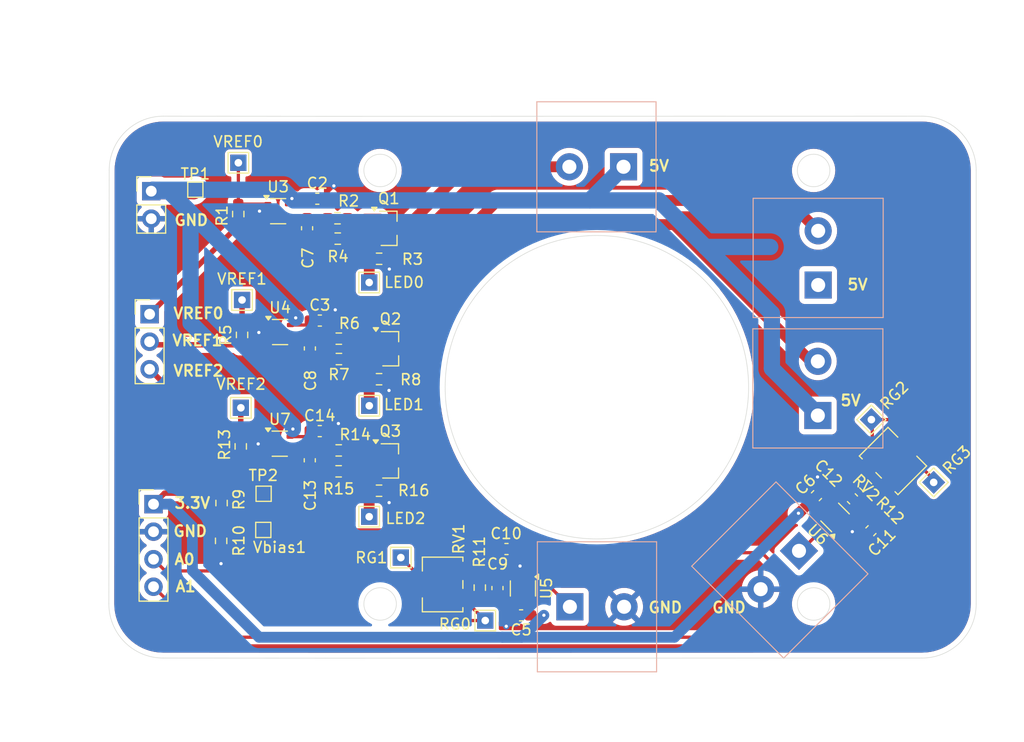
<source format=kicad_pcb>
(kicad_pcb (version 20240108) (generator "pcbnew") (generator_version "8.0")
  (layers (0 "F.Cu" signal) (31 "B.Cu" signal) (34 "B.Paste" user) (35 "F.Paste" user) (36 "B.SilkS" user "B.Silkscreen") (37 "F.SilkS" user "F.Silkscreen") (38 "B.Mask" user) (39 "F.Mask" user) (44 "Edge.Cuts" user))
  (net 0 "")
  (net 1 "GND")
  (net 2 "+5V")
  (net 3 "+3.3V")
  (net 4 "/LEDFB0")
  (net 5 "Net-(C7-Pad1)")
  (net 6 "Net-(C8-Pad1)")
  (net 7 "/LEDFB1")
  (net 8 "/A0")
  (net 9 "/PD_FB0")
  (net 10 "/PD_FB1")
  (net 11 "/A1")
  (net 12 "/VREF0")
  (net 13 "/VREF1")
  (net 14 "/LED_NEG0")
  (net 15 "/LED_NEG1")
  (net 16 "Net-(Q1-G)")
  (net 17 "/LED_SENS0")
  (net 18 "Net-(Q2-G)")
  (net 19 "/LED_SENS1")
  (net 20 "Net-(U3-+)")
  (net 21 "Net-(U4-+)")
  (net 22 "/Vbias")
  (net 25 "Net-(C13-Pad1)")
  (net 26 "/LEDFB2")
  (net 27 "/LED_NEG2")
  (net 28 "/LED_SENS2")
  (net 29 "Net-(Q3-G)")
  (net 30 "/VREF2")
  (net 31 "Net-(U7-+)")
  (footprint "Capacitor_SMD:C_0603_1608Metric_Pad1.08x0.95mm_HandSolder" (layer "F.Cu") (at 162.4075 114.2625 -90)
    (property "Reference" "C9")
    (property "Value" "22pF" (hide yes))
  )
  (footprint "Package_TO_SOT_SMD:SOT-23_Handsoldering" (layer "F.Cu") (at 152.38 81.07)
    (property "Reference" "Q1")
    (property "Value" "IRLML6344TRPBF" (hide yes))
  )
  (footprint "Resistor_SMD:R_0603_1608Metric_Pad0.98x0.95mm_HandSolder" (layer "F.Cu") (at 151.4825 94.99)
    (property "Reference" "R8")
    (property "Value" "20" (hide yes))
  )
  (footprint "Resistor_SMD:R_0603_1608Metric_Pad0.98x0.95mm_HandSolder" (layer "F.Cu") (at 160.7775 114.22 90)
    (property "Reference" "R11")
    (property "Value" "R_US" (hide yes))
  )
  (footprint "TestPoint:TestPoint_THTPad_1.5x1.5mm_Drill0.7mm" (layer "F.Cu") (at 196.908999 98.719387 -135)
    (property "Reference" "RG2")
    (property "Value" "TestPoint" (hide yes))
  )
  (footprint "TestPoint:TestPoint_THTPad_1.5x1.5mm_Drill0.7mm" (layer "F.Cu") (at 150.57 86.0675)
    (property "Reference" "LED0")
    (property "Value" "TestPoint" (hide yes))
  )
  (footprint "Capacitor_SMD:C_0603_1608Metric_Pad1.08x0.95mm_HandSolder" (layer "F.Cu") (at 164.5875 116.78 180)
    (property "Reference" "C5")
    (property "Value" "10uF" (hide yes))
  )
  (footprint "Package_TO_SOT_SMD:SOT-353_SC-70-5" (layer "F.Cu") (at 142.17 79.485)
    (property "Reference" "U3")
    (property "Value" "TLV9001IDCK" (hide yes))
  )
  (footprint "Package_TO_SOT_SMD:SOT-353_SC-70-5" (layer "F.Cu") (at 142.32 100.94)
    (property "Reference" "U7")
    (property "Value" "TLV9001IDCK" (hide yes))
  )
  (footprint "TestPoint:TestPoint_THTPad_1.5x1.5mm_Drill0.7mm" (layer "F.Cu") (at 138.73 97.63)
    (property "Reference" "VREF2")
    (property "Value" "TestPoint" (hide yes))
  )
  (footprint "TestPoint:TestPoint_THTPad_1.5x1.5mm_Drill0.7mm" (layer "F.Cu") (at 138.84 87.68)
    (property "Reference" "VREF1")
    (property "Value" "TestPoint" (hide yes))
  )
  (footprint "TestPoint:TestPoint_THTPad_1.5x1.5mm_Drill0.7mm" (layer "F.Cu") (at 150.58 97.44)
    (property "Reference" "LED1")
    (property "Value" "TestPoint" (hide yes))
  )
  (footprint "TestPoint:TestPoint_THTPad_1.5x1.5mm_Drill0.7mm" (layer "F.Cu") (at 202.657777 104.510592 -135)
    (property "Reference" "RG3")
    (property "Value" "TestPoint" (hide yes))
  )
  (footprint "Resistor_SMD:R_0603_1608Metric_Pad0.98x0.95mm_HandSolder" (layer "F.Cu") (at 196.383972 104.827022 -45)
    (property "Reference" "R12")
    (property "Value" "R_US" (hide yes))
  )
  (footprint "Capacitor_SMD:C_0603_1608Metric_Pad1.08x0.95mm_HandSolder" (layer "F.Cu") (at 146.01 99.78)
    (property "Reference" "C14")
    (property "Value" "10uF" (hide yes))
  )
  (footprint "Resistor_SMD:R_0603_1608Metric_Pad0.98x0.95mm_HandSolder" (layer "F.Cu") (at 151.48 105.28)
    (property "Reference" "R16")
    (property "Value" "20" (hide yes))
  )
  (footprint "Connector_PinHeader_2.54mm:PinHeader_1x03_P2.54mm_Vertical" (layer "F.Cu") (at 130.31 88.99)
    (property "Reference" "J4" (hide yes))
    (property "Value" "Conn_01x03_Pin" (hide yes))
  )
  (footprint "TestPoint:TestPoint_THTPad_1.5x1.5mm_Drill0.7mm" (layer "F.Cu") (at 138.5 75.02)
    (property "Reference" "VREF0")
    (property "Value" "TestPoint" (hide yes))
  )
  (footprint "Capacitor_SMD:C_0603_1608Metric_Pad1.08x0.95mm_HandSolder" (layer "F.Cu") (at 145.7825 78.3375)
    (property "Reference" "C2")
    (property "Value" "10uF" (hide yes))
  )
  (footprint "Connector_PinHeader_2.54mm:PinHeader_1x02_P2.54mm_Vertical" (layer "F.Cu") (at 130.46 77.64)
    (property "Reference" "J3" (hide yes))
    (property "Value" "Conn_01x02_Pin" (hide yes))
  )
  (footprint "Resistor_SMD:R_0603_1608Metric_Pad0.98x0.95mm_HandSolder" (layer "F.Cu") (at 136.95 106.4175 -90)
    (property "Reference" "R9")
    (property "Value" "15K" (hide yes))
  )
  (footprint "TestPoint:TestPoint_Pad_1.0x1.0mm" (layer "F.Cu") (at 140.83 105.56 180)
    (property "Reference" "TP2")
    (property "Value" "TestPoint" (hide yes))
  )
  (footprint "Potentiometer_SMD:Potentiometer_Bourns_3214W_Vertical" (layer "F.Cu") (at 157.3475 113.93 -90)
    (property "Reference" "RV1")
    (property "Value" "2M" (hide yes))
  )
  (footprint "Capacitor_SMD:C_0603_1608Metric_Pad1.08x0.95mm_HandSolder" (layer "F.Cu") (at 196.86834 108.970668 45)
    (property "Reference" "C11")
    (property "Value" "47pF" (hide yes))
  )
  (footprint "Package_TO_SOT_SMD:SOT-23_Handsoldering" (layer "F.Cu") (at 152.52 102.53)
    (property "Reference" "Q3")
    (property "Value" "IRLML6344TRPBF" (hide yes))
  )
  (footprint "Package_TO_SOT_SMD:SOT-353_SC-70-5" (layer "F.Cu") (at 164.7575 114.3 -90)
    (property "Reference" "U5")
    (property "Value" "TLV9001IDCK" (hide yes))
  )
  (footprint "Resistor_SMD:R_0603_1608Metric_Pad0.98x0.95mm_HandSolder" (layer "F.Cu") (at 147.6475 80.1375 180)
    (property "Reference" "R2")
    (property "Value" "470" (hide yes))
  )
  (footprint "TestPoint:TestPoint_THTPad_1.5x1.5mm_Drill0.7mm" (layer "F.Cu") (at 150.57 107.68)
    (property "Reference" "LED2")
    (property "Value" "TestPoint" (hide yes))
  )
  (footprint "Resistor_SMD:R_0603_1608Metric_Pad0.98x0.95mm_HandSolder" (layer "F.Cu") (at 138.72 101.1925 -90)
    (property "Reference" "R13")
    (property "Value" "1K" (hide yes))
  )
  (footprint "Resistor_SMD:R_0603_1608Metric_Pad0.98x0.95mm_HandSolder" (layer "F.Cu") (at 147.7575 101.56 180)
    (property "Reference" "R14")
    (property "Value" "470" (hide yes))
  )
  (footprint "Resistor_SMD:R_0603_1608Metric_Pad0.98x0.95mm_HandSolder" (layer "F.Cu") (at 147.7775 93.13 180)
    (property "Reference" "R7")
    (property "Value" "100" (hide yes))
  )
  (footprint "Resistor_SMD:R_0603_1608Metric_Pad0.98x0.95mm_HandSolder" (layer "F.Cu") (at 147.7675 91.25 180)
    (property "Reference" "R6")
    (property "Value" "470" (hide yes))
  )
  (footprint "Capacitor_SMD:C_0603_1608Metric_Pad1.08x0.95mm_HandSolder" (layer "F.Cu") (at 145.1 92.1525 -90)
    (property "Reference" "C8")
    (property "Value" "22nF" (hide yes))
  )
  (footprint "Capacitor_SMD:C_0603_1608Metric_Pad1.08x0.95mm_HandSolder" (layer "F.Cu") (at 163.24 110.66 180)
    (property "Reference" "C10")
    (property "Value" "47pF" (hide yes))
  )
  (footprint "Capacitor_SMD:C_0603_1608Metric_Pad1.08x0.95mm_HandSolder" (layer "F.Cu") (at 145.09 102.4725 -90)
    (property "Reference" "C13")
    (property "Value" "22nF" (hide yes))
  )
  (footprint "TestPoint:TestPoint_Pad_1.0x1.0mm" (layer "F.Cu") (at 134.53 77.5)
    (property "Reference" "TP1")
    (property "Value" "TestPoint" (hide yes))
  )
  (footprint "Connector_PinHeader_2.54mm:PinHeader_1x04_P2.54mm_Vertical" (layer "F.Cu") (at 130.67 106.52)
    (property "Reference" "J1" (hide yes))
    (property "Value" "Conn_01x04_Pin" (hide yes))
  )
  (footprint "Capacitor_SMD:C_0603_1608Metric_Pad1.08x0.95mm_HandSolder" (layer "F.Cu") (at 144.84 81.06 -90)
    (property "Reference" "C7")
    (property "Value" "22nF" (hide yes))
  )
  (footprint "Capacitor_SMD:C_0603_1608Metric_Pad1.08x0.95mm_HandSolder" (layer "F.Cu") (at 195.164213 106.025568 135)
    (property "Reference" "C12")
    (property "Value" "22pF" (hide yes))
  )
  (footprint "Resistor_SMD:R_0603_1608Metric_Pad0.98x0.95mm_HandSolder" (layer "F.Cu") (at 136.91 109.9075 -90)
    (property "Reference" "R10")
    (property "Value" "470" (hide yes))
  )
  (footprint "TestPoint:TestPoint_Pad_1.0x1.0mm" (layer "F.Cu") (at 140.8 108.9)
    (property "Reference" "Vbias1")
    (property "Value" "TestPoint" (hide yes))
  )
  (footprint "Package_TO_SOT_SMD:SOT-353_SC-70-5" (layer "F.Cu") (at 142.35 90.64)
    (property "Reference" "U4")
    (property "Value" "TLV9001IDCK" (hide yes))
  )
  (footprint "Package_TO_SOT_SMD:SOT-353_SC-70-5" (layer "F.Cu") (at 193.557312 107.74207 135)
    (property "Reference" "U6")
    (property "Value" "TLV9001IDCK" (hide yes))
  )
  (footprint "Resistor_SMD:R_0603_1608Metric_Pad0.98x0.95mm_HandSolder" (layer "F.Cu") (at 151.4875 83.8775)
    (property "Reference" "R3")
    (property "Value" "20" (hide yes))
  )
  (footprint "Capacitor_SMD:C_0603_1608Metric_Pad1.08x0.95mm_HandSolder" (layer "F.Cu") (at 191.844346 105.735654 45)
    (property "Reference" "C6")
    (property "Value" "10uF" (hide yes))
  )
  (footprint "Resistor_SMD:R_0603_1608Metric_Pad0.98x0.95mm_HandSolder" (layer "F.Cu") (at 147.67 82.0175 180)
    (property "Reference" "R4")
    (property "Value" "100" (hide yes))
  )
  (footprint "Resistor_SMD:R_0603_1608Metric_Pad0.98x0.95mm_HandSolder" (layer "F.Cu") (at 147.75 103.49 180)
    (property "Reference" "R15")
    (property "Value" "100" (hide yes))
  )
  (footprint "Potentiometer_SMD:Potentiometer_Bourns_3214W_Vertical" (layer "F.Cu") (at 198.90304 102.537764 135)
    (property "Reference" "RV2")
    (property "Value" "2M")
  )
  (footprint "TestPoint:TestPoint_THTPad_1.5x1.5mm_Drill0.7mm" (layer "F.Cu") (at 161.28 117.26)
    (property "Reference" "RG0")
    (property "Value" "TestPoint" (hide yes))
  )
  (footprint "Package_TO_SOT_SMD:SOT-23_Handsoldering" (layer "F.Cu") (at 152.53 92.18)
    (property "Reference" "Q2")
    (property "Value" "IRLML6344TRPBF" (hide yes))
  )
  (footprint "TestPoint:TestPoint_THTPad_1.5x1.5mm_Drill0.7mm" (layer "F.Cu") (at 153.49 111.45)
    (property "Reference" "RG1")
    (property "Value" "TestPoint" (hide yes))
  )
  (footprint "Resistor_SMD:R_0603_1608Metric_Pad0.98x0.95mm_HandSolder" (layer "F.Cu") (at 138.49 79.75 -90)
    (property "Reference" "R1")
    (property "Value" "1K" (hide yes))
  )
  (footprint "Resistor_SMD:R_0603_1608Metric_Pad0.98x0.95mm_HandSolder" (layer "F.Cu") (at 138.84 90.9025 -90)
    (property "Reference" "R5")
    (property "Value" "1K" (hide yes))
  )
  (footprint "Capacitor_SMD:C_0603_1608Metric_Pad1.08x0.95mm_HandSolder" (layer "F.Cu") (at 146.0175 89.58)
    (property "Reference" "C3")
    (property "Value" "10uF" (hide yes))
  )
  (footprint "custom:TerminalBlock_PhoenixContact_1x02_P5.00mm_Vertical" (layer "B.Cu") (at 191.97 98.34 90)
    (property "Reference" "J9" (hide yes))
    (property "Value" "Screw_Terminal_01x02" (hide yes))
  )
  (footprint "custom:TerminalBlock_PhoenixContact_1x02_P5.00mm_Vertical" (layer "B.Cu") (at 169.09 115.99)
    (property "Reference" "J7" (hide yes))
    (property "Value" "Screw_Terminal_01x02" (hide yes))
  )
  (footprint "custom:TerminalBlock_PhoenixContact_1x02_P5.00mm_Vertical" (layer "B.Cu") (at 190.23 110.83 -135)
    (property "Reference" "J8" (hide yes))
    (property "Value" "Screw_Terminal_01x02" (hide yes))
  )
  (footprint "custom:TerminalBlock_PhoenixContact_1x02_P5.00mm_Vertical" (layer "B.Cu") (at 174.04 75.39 180)
    (property "Reference" "J5" (hide yes))
    (property "Value" "Screw_Terminal_01x02" (hide yes))
  )
  (footprint "custom:TerminalBlock_PhoenixContact_1x02_P5.00mm_Vertical" (layer "B.Cu") (at 192 86.3 90)
    (property "Reference" "J6" (hide yes))
    (property "Value" "Screw_Terminal_01x02" (hide yes))
  )
  (gr_line (start 206.58 115.72) (end 206.58 75.72) (stroke (width 0.05)) (layer "Edge.Cuts"))
  (gr_arc (start 131.55 120.72) (mid 128.014466 119.255534) (end 126.55 115.72) (stroke (width 0.05)) (layer "Edge.Cuts"))
  (gr_circle (center 171.58 95.73) (end 185.58 95.69) (stroke (width 0.05)) (fill none) (layer "Edge.Cuts"))
  (gr_circle (center 151.58 75.73) (end 153.08 75.73) (stroke (width 0.05)) (fill none) (layer "Edge.Cuts"))
  (gr_line (start 131.58 70.72) (end 146.58 70.73) (stroke (width 0.05)) (layer "Edge.Cuts"))
  (gr_circle (center 151.58 115.73) (end 151.56 117.23) (stroke (width 0.05)) (fill none) (layer "Edge.Cuts"))
  (gr_arc (start 126.58 75.72) (mid 128.044466 72.184466) (end 131.58 70.72) (stroke (width 0.05)) (layer "Edge.Cuts"))
  (gr_arc (start 206.58 115.72) (mid 205.115534 119.255534) (end 201.58 120.72) (stroke (width 0.05)) (layer "Edge.Cuts"))
  (gr_circle (center 191.58 75.73) (end 193.08 75.7) (stroke (width 0.05)) (fill none) (layer "Edge.Cuts"))
  (gr_line (start 126.58 75.72) (end 126.55 115.72) (stroke (width 0.05)) (layer "Edge.Cuts"))
  (gr_circle (center 191.58 115.73) (end 191.6 117.23) (stroke (width 0.05)) (fill none) (layer "Edge.Cuts"))
  (gr_line (start 201.58 70.72) (end 146.58 70.73) (stroke (width 0.05)) (layer "Edge.Cuts"))
  (gr_line (start 146.58 120.73) (end 131.55 120.72) (stroke (width 0.05)) (layer "Edge.Cuts"))
  (gr_arc (start 201.58 70.72) (mid 205.115534 72.184466) (end 206.58 75.72) (stroke (width 0.05)) (layer "Edge.Cuts"))
  (gr_line (start 201.58 120.72) (end 146.58 120.73) (stroke (width 0.05)) (layer "Edge.Cuts"))
  (gr_text "GND" (at 182.12 116.64 0) (layer "F.SilkS") (effects (font (size 1 1) (thickness 0.2) (bold yes)) (justify left bottom)))
  (gr_text "5V" (at 193.96 97.54 0) (layer "F.SilkS") (effects (font (size 1 1) (thickness 0.2) (bold yes)) (justify left bottom)))
  (gr_text "GND" (at 132.4 109.6 0) (layer "F.SilkS") (effects (font (size 1 1) (thickness 0.2) (bold yes)) (justify left bottom)))
  (gr_text "VREF0\n" (at 132.4 89.5 0) (layer "F.SilkS") (effects (font (size 1 1) (thickness 0.2) (bold yes)) (justify left bottom)))
  (gr_text "GND" (at 176.24 116.64 0) (layer "F.SilkS") (effects (font (size 1 1) (thickness 0.2) (bold yes)) (justify left bottom)))
  (gr_text "3.3V" (at 132.5 107 0) (layer "F.SilkS") (effects (font (size 1 1) (thickness 0.2) (bold yes)) (justify left bottom)))
  (gr_text "5V" (at 194.6 86.85 0) (layer "F.SilkS") (effects (font (size 1 1) (thickness 0.2) (bold yes)) (justify left bottom)))
  (gr_text "VREF1" (at 132.3 92 0) (layer "F.SilkS") (effects (font (size 1 1) (thickness 0.2) (bold yes)) (justify left bottom)))
  (gr_text "GND" (at 132.5 80.9 0) (layer "F.SilkS") (effects (font (size 1 1) (thickness 0.2) (bold yes)) (justify left bottom)))
  (gr_text "A0" (at 132.5 112.2 0) (layer "F.SilkS") (effects (font (size 1 1) (thickness 0.2) (bold yes)) (justify left bottom)))
  (gr_text "VREF2" (at 132.4 94.8 0) (layer "F.SilkS") (effects (font (size 1 1) (thickness 0.2) (bold yes)) (justify left bottom)))
  (gr_text "5V" (at 176.27 75.89 0) (layer "F.SilkS") (effects (font (size 1 1) (thickness 0.2) (bold yes)) (justify left bottom)))
  (gr_text "A1" (at 132.6 114.7 0) (layer "F.SilkS") (effects (font (size 1 1) (thickness 0.2) (bold yes)) (justify left bottom)))
  (segment (start 152.4 84.8) (end 152.43 84.83) (width 0.3) (layer "F.Cu") (net 1))
  (segment (start 164.7575 113.35) (end 164.7575 112.4975) (width 0.3) (layer "F.Cu") (net 1))
  (segment (start 192.454226 105.125774) (end 192.454226 104.524226) (width 0.3) (layer "F.Cu") (net 1))
  (segment (start 146.88 89.15) (end 147.44 88.59) (width 0.3) (layer "F.Cu") (net 1))
  (segment (start 164.125 111.865) (end 164.49 112.23) (width 0.3) (layer "F.Cu") (net 1))
  (segment (start 140.35 100.94) (end 140.33 100.96) (width 0.3) (layer "F.Cu") (net 1))
  (segment (start 141.37 100.94) (end 140.35 100.94) (width 0.3) (layer "F.Cu") (net 1))
  (segment (start 194.229063 108.413821) (end 194.875242 109.06) (width 0.3) (layer "F.Cu") (net 1))
  (segment (start 164.125 110.98) (end 164.125 111.865) (width 0.3) (layer "F.Cu") (net 1))
  (segment (start 164.7575 112.4975) (end 164.49 112.23) (width 0.3) (layer "F.Cu") (net 1))
  (segment (start 136.91 110.82) (end 136.91 112) (width 0.5) (layer "F.Cu") (net 1))
  (segment (start 152.395 94.99) (end 152.395 96.025) (width 0.3) (layer "F.Cu") (net 1))
  (segment (start 146.8725 99.78) (end 147.03 99.78) (width 0.3) (layer "F.Cu") (net 1))
  (segment (start 192.454226 104.524226) (end 191.94 104.01) (width 0.3) (layer "F.Cu") (net 1))
  (segment (start 140.43 90.64) (end 140.39 90.68) (width 0.3) (layer "F.Cu") (net 1))
  (segment (start 141.22 79.485) (end 140.45 79.485) (width 0.3) (layer "F.Cu") (net 1))
  (segment (start 147.03 99.78) (end 147.73 99.08) (width 0.3) (layer "F.Cu") (net 1))
  (segment (start 152.4 83.8775) (end 152.4 84.8) (width 0.3) (layer "F.Cu") (net 1))
  (segment (start 141.4 90.64) (end 140.43 90.64) (width 0.3) (layer "F.Cu") (net 1))
  (segment (start 163.725 117.285) (end 163.22 117.79) (width 0.3) (layer "F.Cu") (net 1))
  (segment (start 152.395 96.025) (end 152.4 96.03) (width 0.3) (layer "F.Cu") (net 1))
  (segment (start 194.875242 109.06) (end 195.15 109.06) (width 0.3) (layer "F.Cu") (net 1))
  (segment (start 152.3925 106.3625) (end 152.41 106.38) (width 0.3) (layer "F.Cu") (net 1))
  (segment (start 195.670548 109.580548) (end 195.15 109.06) (width 0.3) (layer "F.Cu") (net 1))
  (segment (start 152.3925 105.28) (end 152.3925 106.3625) (width 0.3) (layer "F.Cu") (net 1))
  (segment (start 146.88 89.58) (end 146.88 89.15) (width 0.3) (layer "F.Cu") (net 1))
  (segment (start 146.645 77.815) (end 147.31 77.15) (width 0.3) (layer "F.Cu") (net 1))
  (segment (start 136.91 112) (end 136.9 112.01) (width 0.5) (layer "F.Cu") (net 1))
  (segment (start 196.25846 109.580548) (end 195.670548 109.580548) (width 0.3) (layer "F.Cu") (net 1))
  (segment (start 146.645 78.3375) (end 146.645 77.815) (width 0.3) (layer "F.Cu") (net 1))
  (segment (start 163.725 116.78) (end 163.725 117.285) (width 0.3) (layer "F.Cu") (net 1))
  (via (at 163.22 117.79) (size 0.6) (drill 0.3) (layers "F.Cu" "B.Cu") (net 1))
  (via (at 147.73 99.08) (size 0.6) (drill 0.3) (layers "F.Cu" "B.Cu") (net 1))
  (via (at 195.15 109.06) (size 0.6) (drill 0.3) (layers "F.Cu" "B.Cu") (net 1))
  (via (at 147.31 77.15) (size 0.6) (drill 0.3) (layers "F.Cu" "B.Cu") (net 1))
  (via (at 152.41 106.38) (size 0.6) (drill 0.3) (layers "F.Cu" "B.Cu") (net 1))
  (via (at 152.43 84.83) (size 0.6) (drill 0.3) (layers "F.Cu" "B.Cu") (net 1))
  (via (at 140.33 100.96) (size 0.6) (drill 0.3) (layers "F.Cu" "B.Cu") (net 1))
  (via (at 136.9 112.01) (size 0.6) (drill 0.3) (layers "F.Cu" "B.Cu") (net 1))
  (via (at 140.39 90.68) (size 0.6) (drill 0.3) (layers "F.Cu" "B.Cu") (net 1))
  (via (at 147.44 88.59) (size 0.6) (drill 0.3) (layers "F.Cu" "B.Cu") (net 1))
  (via (at 191.94 104.01) (size 0.6) (drill 0.3) (layers "F.Cu" "B.Cu") (net 1))
  (via (at 140.45 79.485) (size 0.6) (drill 0.3) (layers "F.Cu" "B.Cu") (net 1))
  (via (at 152.4 96.03) (size 0.6) (drill 0.3) (layers "F.Cu" "B.Cu") (net 1))
  (via (at 164.49 112.23) (size 0.6) (drill 0.3) (layers "F.Cu" "B.Cu") (net 1))
  (segment (start 143.3 89.82) (end 143.3 89.99) (width 0.3) (layer "F.Cu") (net 2))
  (segment (start 143.79 89.33) (end 143.3 89.82) (width 0.3) (layer "F.Cu") (net 2))
  (segment (start 143.27 99.85) (end 143.53 99.59) (width 0.3) (layer "F.Cu") (net 2))
  (segment (start 143.27 100.29) (end 144.6375 100.29) (width 0.3) (layer "F.Cu") (net 2))
  (segment (start 144.4225 78.835) (end 144.92 78.3375) (width 0.3) (layer "F.Cu") (net 2))
  (segment (start 143.12 78.835) (end 143.12 78.64) (width 0.3) (layer "F.Cu") (net 2))
  (segment (start 144.92 78.3375) (end 144.92 78.01) (width 0.3) (layer "F.Cu") (net 2))
  (segment (start 143.12 78.64) (end 143.44 78.32) (width 0.3) (layer "F.Cu") (net 2))
  (segment (start 144.745 89.99) (end 145.155 89.58) (width 0.3) (layer "F.Cu") (net 2))
  (segment (start 144.6375 100.29) (end 145.1475 99.78) (width 0.3) (layer "F.Cu") (net 2))
  (segment (start 143.3 89.99) (end 144.745 89.99) (width 0.3) (layer "F.Cu") (net 2))
  (segment (start 134.39 77.64) (end 134.53 77.5) (width 1.5) (layer "F.Cu") (net 2))
  (segment (start 130.46 77.64) (end 134.39 77.64) (width 1.5) (layer "F.Cu") (net 2))
  (segment (start 143.12 78.835) (end 144.4225 78.835) (width 0.3) (layer "F.Cu") (net 2))
  (segment (start 143.27 100.29) (end 143.27 99.85) (width 0.3) (layer "F.Cu") (net 2))
  (via (at 143.79 89.33) (size 0.6) (drill 0.3) (layers "F.Cu" "B.Cu") (net 2))
  (via (at 143.53 99.59) (size 0.6) (drill 0.3) (layers "F.Cu" "B.Cu") (net 2))
  (via (at 143.44 78.32) (size 0.6) (drill 0.3) (layers "F.Cu" "B.Cu") (net 2))
  (segment (start 130.46 77.64) (end 132.1 77.64) (width 1.5) (layer "B.Cu") (net 2))
  (segment (start 177.301872 78.491872) (end 181.595534 82.785534) (width 1.5) (layer "B.Cu") (net 2))
  (segment (start 170.938128 78.491872) (end 177.301872 78.491872) (width 1.5) (layer "B.Cu") (net 2))
  (segment (start 143.53 99.24) (end 143.53 99.59) (width 1.5) (layer "B.Cu") (net 2))
  (segment (start 130.59 77.51) (end 142.63 77.51) (width 1.5) (layer "B.Cu") (net 2))
  (segment (start 191.97 98.240002) (end 191.97 98.34) (width 1.5) (layer "B.Cu") (net 2))
  (segment (start 134.09 89.8) (end 143.53 99.24) (width 1.5) (layer "B.Cu") (net 2))
  (segment (start 187.73 94.000002) (end 191.97 98.240002) (width 1.5) (layer "B.Cu") (net 2))
  (segment (start 174.04 75.39) (end 170.938128 78.491872) (width 1.5) (layer "B.Cu") (net 2))
  (segment (start 134.09 79.63) (end 134.09 89.8) (width 1.5) (layer "B.Cu") (net 2))
  (segment (start 181.595534 82.785534) (end 187.73 88.92) (width 1.5) (layer "B.Cu") (net 2))
  (segment (start 187.73 88.92) (end 187.73 94.000002) (width 1.5) (layer "B.Cu") (net 2))
  (segment (start 130.46 77.64) (end 130.59 77.51) (width 1.5) (layer "B.Cu") (net 2))
  (segment (start 132.1 77.64) (end 134.09 79.63) (width 1.5) (layer "B.Cu") (net 2))
  (segment (start 181.595534 82.785534) (end 187.575534 82.785534) (width 1.5) (layer "B.Cu") (net 2))
  (segment (start 132.1 77.64) (end 143.79 89.33) (width 1.5) (layer "B.Cu") (net 2))
  (segment (start 143.611872 78.491872) (end 143.44 78.32) (width 1.5) (layer "B.Cu") (net 2))
  (segment (start 142.63 77.51) (end 143.44 78.32) (width 1.5) (layer "B.Cu") (net 2))
  (segment (start 170.938128 78.491872) (end 143.611872 78.491872) (width 1.5) (layer "B.Cu") (net 2))
  (segment (start 192.41887 107.529938) (end 191.234466 106.345534) (width 0.3) (layer "F.Cu") (net 3))
  (segment (start 166.68 116.78) (end 166.69 116.77) (width 0.3) (layer "F.Cu") (net 3))
  (segment (start 136.95 105.505) (end 140.775 105.505) (width 0.5) (layer "F.Cu") (net 3))
  (segment (start 192.425941 107.529938) (end 192.41887 107.529938) (width 0.3) (layer "F.Cu") (net 3))
  (segment (start 136.95 105.505) (end 131.685 105.505) (width 0.5) (layer "F.Cu") (net 3))
  (segment (start 190.18 107.36) (end 190.22 107.36) (width 1) (layer "F.Cu") (net 3))
  (segment (start 165.45 116.78) (end 166.68 116.78) (width 0.3) (layer "F.Cu") (net 3))
  (segment (start 165.4075 116.7375) (end 165.45 116.78) (width 0.3) (layer "F.Cu") (net 3))
  (segment (start 165.4075 115.25) (end 165.4075 116.7375) (width 0.3) (layer "F.Cu") (net 3))
  (segment (start 140.775 105.505) (end 140.83 105.56) (width 0.5) (layer "F.Cu") (net 3))
  (segment (start 131.685 105.505) (end 130.67 106.52) (width 0.5) (layer "F.Cu") (net 3))
  (segment (start 190.22 107.36) (end 191.234466 106.345534) (width 1) (layer "F.Cu") (net 3))
  (via (at 166.69 116.77) (size 0.6) (drill 0.3) (layers "F.Cu" "B.Cu") (net 3))
  (via (at 190.18 107.36) (size 0.6) (drill 0.3) (layers "F.Cu" "B.Cu") (net 3))
  (segment (start 178.74 118.8) (end 190.18 107.36) (width 1) (layer "B.Cu") (net 3))
  (segment (start 134.26 108.59) (end 134.26 112.65) (width 1) (layer "B.Cu") (net 3))
  (segment (start 140.41 118.8) (end 162.85 118.8) (width 1) (layer "B.Cu") (net 3))
  (segment (start 164.66 118.8) (end 166.69 116.77) (width 1) (layer "B.Cu") (net 3))
  (segment (start 134.26 112.65) (end 140.41 118.8) (width 1) (layer "B.Cu") (net 3))
  (segment (start 132.19 106.52) (end 134.26 108.59) (width 1) (layer "B.Cu") (net 3))
  (segment (start 130.67 106.52) (end 132.19 106.52) (width 1) (layer "B.Cu") (net 3))
  (segment (start 162.85 118.8) (end 178.74 118.8) (width 1) (layer "B.Cu") (net 3))
  (segment (start 162.85 118.8) (end 164.66 118.8) (width 1) (layer "B.Cu") (net 3))
  (segment (start 146.6625 81.9225) (end 146.7575 82.0175) (width 0.3) (layer "F.Cu") (net 4))
  (segment (start 146.7575 82.0175) (end 144.935 82.0175) (width 0.3) (layer "F.Cu") (net 4))
  (segment (start 144.935 82.0175) (end 144.84 81.9225) (width 0.3) (layer "F.Cu") (net 4))
  (segment (start 143.5325 81.9225) (end 144.84 81.9225) (width 0.3) (layer "F.Cu") (net 4))
  (segment (start 141.22 80.135) (end 141.745 80.135) (width 0.3) (layer "F.Cu") (net 4))
  (segment (start 141.745 80.135) (end 143.5325 81.9225) (width 0.3) (layer "F.Cu") (net 4))
  (segment (start 146.675 80.1975) (end 146.735 80.1375) (width 0.2) (layer "F.Cu") (net 5))
  (segment (start 144.7775 80.135) (end 144.84 80.1975) (width 0.2) (layer "F.Cu") (net 5))
  (segment (start 143.12 80.135) (end 144.7775 80.135) (width 0.2) (layer "F.Cu") (net 5))
  (segment (start 144.84 80.1975) (end 146.675 80.1975) (width 0.2) (layer "F.Cu") (net 5))
  (segment (start 143.3 91.29) (end 145.1 91.29) (width 0.3) (layer "F.Cu") (net 6))
  (segment (start 146.855 91.25) (end 145.14 91.25) (width 0.5) (layer "F.Cu") (net 6))
  (segment (start 145.14 91.25) (end 145.1 91.29) (width 0.5) (layer "F.Cu") (net 6))
  (segment (start 141.82 91.29) (end 143.545 93.015) (width 0.3) (layer "F.Cu") (net 7))
  (segment (start 146.75 93.015) (end 146.865 93.13) (width 0.3) (layer "F.Cu") (net 7))
  (segment (start 141.4 91.29) (end 141.82 91.29) (width 0.3) (layer "F.Cu") (net 7))
  (segment (start 143.545 93.015) (end 145.1 93.015) (width 0.3) (layer "F.Cu") (net 7))
  (segment (start 145.1 93.015) (end 146.75 93.015) (width 0.3) (layer "F.Cu") (net 7))
  (segment (start 161.28 117.26) (end 156.163431 117.26) (width 0.3) (layer "F.Cu") (net 8))
  (segment (start 152.785378 113.937671) (end 151.527707 112.68) (width 0.3) (layer "F.Cu") (net 8))
  (segment (start 153.063951 114.16052) (end 152.785378 113.937671) (width 0.3) (layer "F.Cu") (net 8))
  (segment (start 159.2 115.18) (end 158.7975 115.18) (width 0.3) (layer "F.Cu") (net 8))
  (segment (start 162.5325 115.25) (end 162.4075 115.125) (width 0.3) (layer "F.Cu") (net 8))
  (segment (start 158.845 115.1325) (end 158.7975 115.18) (width 0.3) (layer "F.Cu") (net 8))
  (segment (start 160.7775 115.1325) (end 158.845 115.1325) (width 0.3) (layer "F.Cu") (net 8))
  (segment (start 151.527707 112.68) (end 131.75 112.68) (width 0.3) (layer "F.Cu") (net 8))
  (segment (start 164.1075 115.25) (end 162.5325 115.25) (width 0.3) (layer "F.Cu") (net 8))
  (segment (start 160.785 115.125) (end 160.7775 115.1325) (width 0.3) (layer "F.Cu") (net 8))
  (segment (start 158.7975 115.18) (end 158.7975 115.2125) (width 0.3) (layer "F.Cu") (net 8))
  (segment (start 131.75 112.68) (end 130.67 111.6) (width 0.3) (layer "F.Cu") (net 8))
  (segment (start 156.163431 117.26) (end 153.063951 114.16052) (width 0.3) (layer "F.Cu") (net 8))
  (segment (start 162.4075 115.125) (end 160.785 115.125) (width 0.3) (layer "F.Cu") (net 8))
  (segment (start 161.28 117.26) (end 159.2 115.18) (width 0.3) (layer "F.Cu") (net 8))
  (segment (start 155.8975 113.93) (end 155.8975 113.8575) (width 0.3) (layer "F.Cu") (net 9))
  (segment (start 164.1075 113.35) (end 164.1075 113.674999) (width 0.3) (layer "F.Cu") (net 9))
  (segment (start 162.4075 110.9875) (end 162.4 110.98) (width 0.3) (layer "F.Cu") (net 9))
  (segment (start 167.33 114.23) (end 169.09 115.99) (width 0.3) (layer "F.Cu") (net 9))
  (segment (start 162.4075 113.4) (end 162.4075 110.9875) (width 0.3) (layer "F.Cu") (net 9))
  (segment (start 155.8975 113.93) (end 160.155 113.93) (width 0.3) (layer "F.Cu") (net 9))
  (segment (start 164.662501 114.23) (end 163.832502 113.4) (width 0.3) (layer "F.Cu") (net 9))
  (segment (start 163.832502 113.4) (end 162.4075 113.4) (width 0.3) (layer "F.Cu") (net 9))
  (segment (start 162.4075 113.4) (end 160.87 113.4) (width 0.3) (layer "F.Cu") (net 9))
  (segment (start 164.1075 113.674999) (end 164.662501 114.23) (width 0.3) (layer "F.Cu") (net 9))
  (segment (start 160.87 113.4) (end 160.7775 113.3075) (width 0.3) (layer "F.Cu") (net 9))
  (segment (start 160.155 113.93) (end 160.7775 113.3075) (width 0.3) (layer "F.Cu") (net 9))
  (segment (start 164.662501 114.23) (end 167.33 114.23) (width 0.3) (layer "F.Cu") (net 9))
  (segment (start 155.8975 113.8575) (end 153.49 111.45) (width 0.3) (layer "F.Cu") (net 9))
  (segment (start 194.594552 106.635448) (end 195.774093 106.635448) (width 0.3) (layer "F.Cu") (net 10))
  (segment (start 197.029207 104.411597) (end 199.928345 101.512459) (width 0.3) (layer "F.Cu") (net 10))
  (segment (start 194.458874 107.724393) (end 194.688683 107.954202) (width 0.3) (layer "F.Cu") (net 10))
  (segment (start 202.657777 104.241891) (end 202.657777 104.510592) (width 0.3) (layer "F.Cu") (net 10))
  (segment (start 199.928345 101.512459) (end 202.657777 104.241891) (width 0.3) (layer "F.Cu") (net 10))
  (segment (start 195.774093 106.635448) (end 195.866016 106.635448) (width 0.3) (layer "F.Cu") (net 10))
  (segment (start 195.866016 106.635448) (end 197.029207 105.472257) (width 0.3) (layer "F.Cu") (net 10))
  (segment (start 190.4 110.83) (end 193.505607 107.724393) (width 0.3) (layer "F.Cu") (net 10))
  (segment (start 195.774093 106.656661) (end 197.47822 108.360788) (width 0.3) (layer "F.Cu") (net 10))
  (segment (start 193.505607 107.724393) (end 194.458874 107.724393) (width 0.3) (layer "F.Cu") (net 10))
  (segment (start 197.029207 105.472257) (end 197.029207 104.411597) (width 0.3) (layer "F.Cu") (net 10))
  (segment (start 195.774093 106.635448) (end 195.774093 106.656661) (width 0.3) (layer "F.Cu") (net 10))
  (segment (start 193.505607 107.724393) (end 194.594552 106.635448) (width 0.3) (layer "F.Cu") (net 10))
  (segment (start 190.23 110.83) (end 190.4 110.83) (width 0.3) (layer "F.Cu") (net 10))
  (segment (start 194.554333 105.415688) (end 194.554333 105.366191) (width 0.3) (layer "F.Cu") (net 11))
  (segment (start 196.908999 98.719387) (end 199.759387 98.719387) (width 0.3) (layer "F.Cu") (net 11))
  (segment (start 194.554333 105.366191) (end 195.738737 104.181787) (width 0.3) (layer "F.Cu") (net 11))
  (segment (start 196.993852 102.679185) (end 196.993852 102.926672) (width 0.3) (layer "F.Cu") (net 11))
  (segment (start 196.993852 102.926672) (end 195.738737 104.181787) (width 0.3) (layer "F.Cu") (net 11))
  (segment (start 196.993852 98.80424) (end 196.908999 98.719387) (width 0.3) (layer "F.Cu") (net 11))
  (segment (start 193.34518 106.610699) (end 193.359322 106.610699) (width 0.3) (layer "F.Cu") (net 11))
  (segment (start 204.6 105.763431) (end 191.563431 118.8) (width 0.3) (layer "F.Cu") (net 11))
  (segment (start 199.759387 98.719387) (end 204.6 103.56) (width 0.3) (layer "F.Cu") (net 11))
  (segment (start 204.6 103.56) (end 204.6 105.763431) (width 0.3) (layer "F.Cu") (net 11))
  (segment (start 196.993852 102.679185) (end 196.993852 98.80424) (width 0.3) (layer "F.Cu") (net 11))
  (segment (start 191.563431 118.8) (end 135.33 118.8) (width 0.3) (layer "F.Cu") (net 11))
  (segment (start 135.33 118.8) (end 130.67 114.14) (width 0.3) (layer "F.Cu") (net 11))
  (segment (start 193.359322 106.610699) (end 194.554333 105.415688) (width 0.3) (layer "F.Cu") (net 11))
  (segment (start 138.49 80.81) (end 130.31 88.99) (width 0.5) (layer "F.Cu") (net 12))
  (segment (start 138.49 80.6625) (end 138.49 80.81) (width 0.5) (layer "F.Cu") (net 12))
  (segment (start 138.84 91.815) (end 130.595 91.815) (width 0.5) (layer "F.Cu") (net 13))
  (segment (start 130.595 91.815) (end 130.31 91.53) (width 0.5) (layer "F.Cu") (net 13))
  (segment (start 153.88 81.07) (end 159.56 75.39) (width 1) (layer "F.Cu") (net 14))
  (segment (start 159.56 75.39) (end 169.04 75.39) (width 1) (layer "F.Cu") (net 14))
  (segment (start 154.03 92.18) (end 154.03 86.9) (width 1) (layer "F.Cu") (net 15))
  (segment (start 154.03 86.9) (end 162.43 78.5) (width 1) (layer "F.Cu") (net 15))
  (segment (start 162.43 78.5) (end 189.2 78.5) (width 1) (layer "F.Cu") (net 15))
  (segment (start 189.2 78.5) (end 192 81.3) (width 1) (layer "F.Cu") (net 15))
  (segment (start 150.8625 80.1375) (end 150.88 80.12) (width 0.2) (layer "F.Cu") (net 16))
  (segment (start 148.56 80.1375) (end 150.8625 80.1375) (width 0.2) (layer "F.Cu") (net 16))
  (segment (start 150.575 82.325) (end 150.88 82.02) (width 1) (layer "F.Cu") (net 17))
  (segment (start 150.575 83.8775) (end 150.575 82.325) (width 1) (layer "F.Cu") (net 17))
  (segment (start 150.575 83.8775) (end 150.575 86.0625) (width 1) (layer "F.Cu") (net 17))
  (segment (start 148.585 82.02) (end 148.5825 82.0175) (width 0.3) (layer "F.Cu") (net 17))
  (segment (start 150.575 86.0625) (end 150.57 86.0675) (width 1) (layer "F.Cu") (net 17))
  (segment (start 150.88 82.02) (end 148.585 82.02) (width 0.3) (layer "F.Cu") (net 17))
  (segment (start 150.8775 82.0175) (end 150.88 82.02) (width 0.3) (layer "F.Cu") (net 17))
  (segment (start 148.68 91.25) (end 151.01 91.25) (width 0.5) (layer "F.Cu") (net 18))
  (segment (start 151.01 91.25) (end 151.03 91.23) (width 0.5) (layer "F.Cu") (net 18))
  (segment (start 150.57 97.43) (end 150.58 97.44) (width 1) (layer "F.Cu") (net 19))
  (segment (start 150.57 93.59) (end 151.03 93.13) (width 1) (layer "F.Cu") (net 19))
  (segment (start 148.69 93.13) (end 151.03 93.13) (width 0.5) (layer "F.Cu") (net 19))
  (segment (start 150.57 94.99) (end 150.57 93.59) (width 1) (layer "F.Cu") (net 19))
  (segment (start 150.57 94.99) (end 150.57 97.43) (width 1) (layer "F.Cu") (net 19))
  (segment (start 138.4925 78.835) (end 138.49 78.8375) (width 0.3) (layer "F.Cu") (net 20))
  (segment (start 141.22 78.835) (end 138.4925 78.835) (width 0.3) (layer "F.Cu") (net 20))
  (segment (start 138.5 78.8275) (end 138.5 75.02) (width 0.3) (layer "F.Cu") (net 20))
  (segment (start 138.49 78.8375) (end 138.5 78.8275) (width 0.3) (layer "F.Cu") (net 20))
  (segment (start 138.84 89.99) (end 138.84 87.68) (width 0.5) (layer "F.Cu") (net 21))
  (segment (start 141.4 89.99) (end 138.84 89.99) (width 0.3) (layer "F.Cu") (net 21))
  (segment (start 194.21 110.49) (end 194.21 109.313997) (width 0.3) (layer "F.Cu") (net 22))
  (segment (start 186.8 111) (end 189.23 113.43) (width 0.3) (layer "F.Cu") (net 22))
  (segment (start 191.27 113.43) (end 194.21 110.49) (width 0.3) (layer "F.Cu") (net 22))
  (segment (start 136.95 107.33) (end 136.95 108.955) (width 0.5) (layer "F.Cu") (net 22))
  (segment (start 136.95 108.955) (end 136.91 108.995) (width 0.5) (layer "F.Cu") (net 22))
  (segment (start 194.21 109.313997) (end 193.769444 108.873441) (width 0.3) (layer "F.Cu") (net 22))
  (segment (start 140.705 108.995) (end 140.8 108.9) (width 0.5) (layer "F.Cu") (net 22))
  (segment (start 165.4075 109.6975) (end 164.61 108.9) (width 0.3) (layer "F.Cu") (net 22))
  (segment (start 136.91 108.995) (end 140.705 108.995) (width 0.5) (layer "F.Cu") (net 22))
  (segment (start 164.61 108.9) (end 140.8 108.9) (width 0.3) (layer "F.Cu") (net 22))
  (segment (start 166.71 111) (end 186.8 111) (width 0.3) (layer "F.Cu") (net 22))
  (segment (start 165.4075 113.35) (end 165.4075 109.6975) (width 0.3) (layer "F.Cu") (net 22))
  (segment (start 165.4075 109.6975) (end 166.71 111) (width 0.3) (layer "F.Cu") (net 22))
  (segment (start 189.23 113.43) (end 191.27 113.43) (width 0.3) (layer "F.Cu") (net 22))
  (segment (start 145.14 101.56) (end 145.09 101.61) (width 0.5) (layer "F.Cu") (net 25))
  (segment (start 146.845 101.56) (end 145.14 101.56) (width 0.5) (layer "F.Cu") (net 25))
  (segment (start 143.27 101.59) (end 145.07 101.59) (width 0.3) (layer "F.Cu") (net 25))
  (segment (start 145.07 101.59) (end 145.09 101.61) (width 0.3) (layer "F.Cu") (net 25))
  (segment (start 141.37 101.59) (end 141.81 101.59) (width 0.3) (layer "F.Cu") (net 26))
  (segment (start 143.555 103.335) (end 145.09 103.335) (width 0.3) (layer "F.Cu") (net 26))
  (segment (start 141.81 101.59) (end 143.555 103.335) (width 0.3) (layer "F.Cu") (net 26))
  (segment (start 145.245 103.49) (end 145.09 103.335) (width 0.5) (layer "F.Cu") (net 26))
  (segment (start 146.8375 103.49) (end 145.245 103.49) (width 0.5) (layer "F.Cu") (net 26))
  (segment (start 154.02 102.53) (end 154.02 99.16) (width 1) (layer "F.Cu") (net 27))
  (segment (start 156.26 96.92) (end 156.26 88.99) (width 1) (layer "F.Cu") (net 27))
  (segment (start 154.02 99.16) (end 156.26 96.92) (width 1) (layer "F.Cu") (net 27))
  (segment (start 164.527833 80.722167) (end 178.702167 80.722167) (width 1) (layer "F.Cu") (net 27))
  (segment (start 191.32 93.34) (end 191.97 93.34) (width 1) (layer "F.Cu") (net 27))
  (segment (start 156.26 88.99) (end 164.527833 80.722167) (width 1) (layer "F.Cu") (net 27))
  (segment (start 178.702167 80.722167) (end 191.32 93.34) (width 1) (layer "F.Cu") (net 27))
  (segment (start 150.5675 105.28) (end 150.5675 103.9325) (width 1) (layer "F.Cu") (net 28))
  (segment (start 150.5675 103.9325) (end 151.02 103.48) (width 1) (layer "F.Cu") (net 28))
  (segment (start 148.6725 103.48) (end 148.6625 103.49) (width 0.5) (layer "F.Cu") (net 28))
  (segment (start 150.5675 105.28) (end 150.5675 107.6775) (width 1) (layer "F.Cu") (net 28))
  (segment (start 151.02 103.48) (end 148.6725 103.48) (width 0.5) (layer "F.Cu") (net 28))
  (segment (start 150.5675 107.6775) (end 150.57 107.68) (width 1) (layer "F.Cu") (net 28))
  (segment (start 151 101.56) (end 151.02 101.58) (width 0.5) (layer "F.Cu") (net 29))
  (segment (start 148.67 101.56) (end 151 101.56) (width 0.5) (layer "F.Cu") (net 29))
  (segment (start 138.345 102.105) (end 130.31 94.07) (width 0.5) (layer "F.Cu") (net 30))
  (segment (start 138.72 102.105) (end 138.345 102.105) (width 0.5) (layer "F.Cu") (net 30))
  (segment (start 138.72 97.64) (end 138.73 97.63) (width 0.5) (layer "F.Cu") (net 31))
  (segment (start 141.37 100.29) (end 138.73 100.29) (width 0.3) (layer "F.Cu") (net 31))
  (segment (start 138.73 100.29) (end 138.72 100.28) (width 0.3) (layer "F.Cu") (net 31))
  (segment (start 138.72 100.28) (end 138.72 97.64) (width 0.5) (layer "F.Cu") (net 31))
  (zone (net 1) (net_name "GND") (layer "F.Cu") (connect_pads (clearance 0.5)) (min_thickness 0.25) (fill yes (thermal_gap 0.5) (thermal_bridge_width 0.5))
    (polygon (pts (xy 211 60.5) (xy 211 128.5) (xy 118.5 128.5) (xy 118.5 60.5)))
  )
  (zone (net 1) (net_name "GND") (layer "B.Cu") (connect_pads (clearance 0.5)) (min_thickness 0.25) (fill yes (thermal_gap 0.5) (thermal_bridge_width 0.5))
    (polygon (pts (xy 210.5 60) (xy 210.5 128) (xy 118 128) (xy 118 60)))
  )
)
</source>
